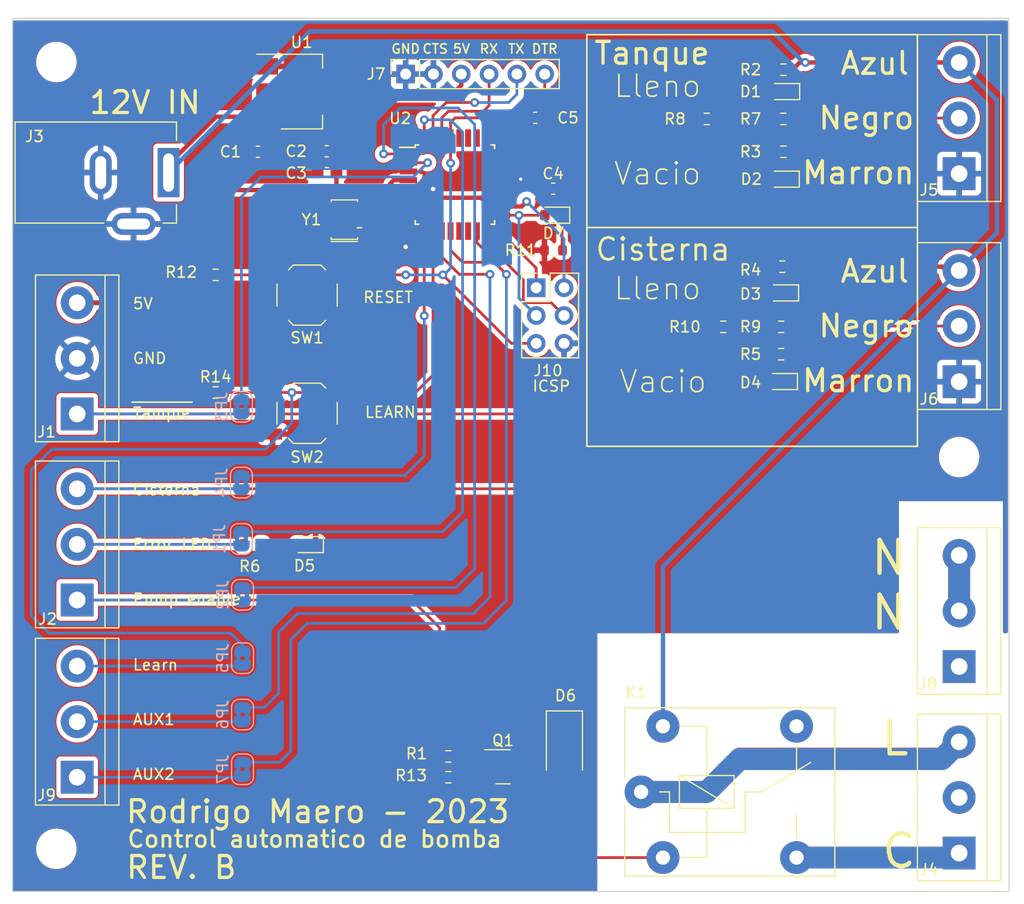
<source format=kicad_pcb>
(kicad_pcb (version 20241229) (generator "pcbnew") (generator_version "9.0")
  (layers (0 "F.Cu" signal) (2 "B.Cu" signal) (13 "F.Paste" user) (15 "B.Paste" user) (5 "F.SilkS" user "F.Silkscreen") (7 "B.SilkS" user "B.Silkscreen") (1 "F.Mask" user) (3 "B.Mask" user) (25 "Edge.Cuts" user))
  (net 0 "")
  (net 1 "+12V")
  (net 2 "VCC")
  (net 3 "TANK_COMM")
  (net 4 "Net-(D1-Pad2)")
  (net 5 "Net-(C4-Pad2)")
  (net 6 "CIST_COMM")
  (net 7 "Net-(D3-Pad2)")
  (net 8 "DTR")
  (net 9 "Net-(D5-Pad2)")
  (net 10 "Net-(D6-Pad2)")
  (net 11 "TANK_5V")
  (net 12 "PUMP_ENABLE")
  (net 13 "LED_ERROR")
  (net 14 "CIST_5V")
  (net 15 "NC")
  (net 16 "TO_PUMP")
  (net 17 "LIVE")
  (net 18 "Net-(D2-Pad2)")
  (net 19 "Net-(D4-Pad2)")
  (net 20 "D2")
  (net 21 "D3")
  (net 22 "D4")
  (net 23 "D5")
  (net 24 "RESET")
  (net 25 "Net-(U2-Pad7)")
  (net 26 "Net-(U2-Pad8)")
  (net 27 "SCK")
  (net 30 "MISO")
  (net 31 "MOSI")
  (net 40 "RXI")
  (net 41 "TX0")
  (net 42 "GND")
  (net 45 "NEUTRO")
  (net 46 "Gate")
  (net 47 "LEARN")
  (net 48 "Net-(D7-Pad1)")
  (net 49 "D6")
  (net 50 "AUX2")
  (net 51 "AUX1")
  (net 52 "D7")
  (net 53 "D8")
  (footprint "TerminalBlock:TerminalBlock_bornier-3_P5.08mm" (layer "F.Cu") (at 26 89.16 90)
    (property "Reference" "J9")
    (property "Value" "Screw_Terminal_01x03")
  )
  (footprint "TerminalBlock:TerminalBlock_bornier-3_P5.08mm" (layer "F.Cu") (at 106.55 96.085664 90)
    (property "Reference" "J4")
    (property "Value" "Screw_Terminal_01x03")
  )
  (footprint "Resistor_SMD:R_0603_1608Metric" (layer "F.Cu") (at 38.64087 43.250933)
    (property "Reference" "R12")
    (property "Value" "10k")
  )
  (footprint "Button_Switch_SMD:SW_SPST_TL3342" (layer "F.Cu") (at 47 55.9)
    (property "Reference" "SW2")
    (property "Value" "SW_SPST")
  )
  (footprint "Capacitor_SMD:C_0603_1608Metric_Pad1.08x0.95mm_HandSolder" (layer "F.Cu") (at 48.815561 33.95389 180)
    (property "Reference" "C3")
    (property "Value" "0.1uF 6.3V")
  )
  (footprint "LED_SMD:LED_0603_1608Metric" (layer "F.Cu") (at 47 67.9 180)
    (property "Reference" "D5")
    (property "Value" "LED Red 0603")
  )
  (footprint "Resistor_SMD:R_0603_1608Metric" (layer "F.Cu") (at 69.5 41 180)
    (property "Reference" "R11")
    (property "Value" "330")
  )
  (footprint "LED_SMD:LED_0603_1608Metric" (layer "F.Cu") (at 90.465451 34.502571 180)
    (property "Reference" "D2")
    (property "Value" "LED Red 0603")
  )
  (footprint "Resistor_SMD:R_0603_1608Metric" (layer "F.Cu") (at 59.896323 87.25482)
    (property "Reference" "R1")
    (property "Value" "1k")
  )
  (footprint "LED_SMD:LED_0603_1608Metric" (layer "F.Cu") (at 90.4 44.9 180)
    (property "Reference" "D3")
    (property "Value" "LED Green 0603")
  )
  (footprint "Resistor_SMD:R_0603_1608Metric" (layer "F.Cu") (at 90.5 32 180)
    (property "Reference" "R3")
    (property "Value" "470")
  )
  (footprint "Package_QFP:TQFP-32_7x7mm_P0.8mm" (layer "F.Cu") (at 60.5 35)
    (property "Reference" "U2")
    (property "Value" "ATmega328P-A")
  )
  (footprint "Capacitor_SMD:C_0603_1608Metric_Pad1.08x0.95mm_HandSolder" (layer "F.Cu") (at 42.5 32 180)
    (property "Reference" "C1")
    (property "Value" "10uF 16V")
  )
  (footprint "Package_TO_SOT_SMD:SOT-223-3_TabPin2" (layer "F.Cu") (at 46.5 26.5)
    (property "Reference" "U1")
    (property "Value" "AMS1117-5.0")
  )
  (footprint "Resistor_SMD:R_0603_1608Metric" (layer "F.Cu") (at 59.898715 89.158455 180)
    (property "Reference" "R13")
    (property "Value" "10k")
  )
  (footprint "TerminalBlock:TerminalBlock_bornier-3_P5.08mm" (layer "F.Cu") (at 106.55 79.04 90)
    (property "Reference" "J8")
    (property "Value" "Screw_Terminal_01x03")
  )
  (footprint "MountingHole:MountingHole_3.2mm_M3" (layer "F.Cu") (at 24.1 95.7)
    (property "Reference" "H2")
    (property "Value" "MountingHole")
  )
  (footprint "Connector_PinSocket_2.54mm:PinSocket_1x06_P2.54mm_Vertical" (layer "F.Cu") (at 56 24.9 90)
    (property "Reference" "J7")
    (property "Value" "Conn_01x06_Male")
  )
  (footprint "MountingHole:MountingHole_3.2mm_M3" (layer "F.Cu") (at 106.55 59.9)
    (property "Reference" "H3")
    (property "Value" "MountingHole")
  )
  (footprint "TerminalBlock:TerminalBlock_bornier-3_P5.08mm" (layer "F.Cu") (at 106.55 34 90)
    (property "Reference" "J5")
    (property "Value" "Screw_Terminal_01x03")
  )
  (footprint "Capacitor_SMD:C_0603_1608Metric_Pad1.08x0.95mm_HandSolder" (layer "F.Cu") (at 67.83 28.9)
    (property "Reference" "C5")
    (property "Value" "0.1uF 6.3V")
  )
  (footprint "TerminalBlock:TerminalBlock_bornier-3_P5.08mm" (layer "F.Cu") (at 26 55.96 90)
    (property "Reference" "J1")
    (property "Value" "Screw_Terminal_01x03")
  )
  (footprint "MountingHole:MountingHole_3.2mm_M3" (layer "F.Cu") (at 24.1 23.8)
    (property "Reference" "H1")
    (property "Value" "MountingHole")
  )
  (footprint "Resistor_SMD:R_0603_1608Metric" (layer "F.Cu") (at 90.490558 29 180)
    (property "Reference" "R7")
    (property "Value" "1.5M")
  )
  (footprint "LED_SMD:LED_0603_1608Metric" (layer "F.Cu") (at 90.3 53 180)
    (property "Reference" "D4")
    (property "Value" "LED Red 0603")
  )
  (footprint "Resistor_SMD:R_0603_1608Metric" (layer "F.Cu") (at 90.3 50.5 180)
    (property "Reference" "R5")
    (property "Value" "470")
  )
  (footprint "Resistor_SMD:R_0603_1608Metric" (layer "F.Cu") (at 90.3 48 180)
    (property "Reference" "R9")
    (property "Value" "1.5M")
  )
  (footprint "Button_Switch_SMD:SW_SPST_TL3342" (layer "F.Cu") (at 47 45.1)
    (property "Reference" "SW1")
    (property "Value" "SW_SPST")
  )
  (footprint "Resistor_SMD:R_0603_1608Metric" (layer "F.Cu") (at 90.4 42.5 180)
    (property "Reference" "R4")
    (property "Value" "470")
  )
  (footprint "Capacitor_SMD:C_0603_1608Metric_Pad1.08x0.95mm_HandSolder" (layer "F.Cu") (at 48.786102 31.95389 180)
    (property "Reference" "C2")
    (property "Value" "10uF 16V")
  )
  (footprint "LED_SMD:LED_0603_1608Metric" (layer "F.Cu") (at 69.5 37.8 180)
    (property "Reference" "D7")
    (property "Value" "LED Yellow")
  )
  (footprint "LED_SMD:LED_0603_1608Metric" (layer "F.Cu") (at 90.5 26.5 180)
    (property "Reference" "D1")
    (property "Value" "LED Green 0603")
  )
  (footprint "Resistor_SMD:R_0603_1608Metric" (layer "F.Cu") (at 90.5 24.5 180)
    (property "Reference" "R2")
    (property "Value" "470")
  )
  (footprint "Resistor_SMD:R_0603_1608Metric" (layer "F.Cu") (at 42 67.88)
    (property "Reference" "R6")
    (property "Value" "330")
  )
  (footprint "Relay_THT:Relay_SPDT_Finder_36.11" (layer "F.Cu") (at 77.5 90.5)
    (property "Reference" "K1")
    (property "Value" "12VDC SPDT RELAY SRU-12VDC-SL-C")
  )
  (footprint "Resistor_SMD:R_0603_1608Metric" (layer "F.Cu") (at 38.64087 54)
    (property "Reference" "R14")
    (property "Value" "10k")
  )
  (footprint "Crystal:Resonator_SMD_Murata_CSTxExxV-3Pin_3.0x1.1mm_HandSoldering" (layer "F.Cu") (at 50.4 38.2 90)
    (property "Reference" "Y1")
    (property "Value" "Crystal 16 MHz SMD")
  )
  (footprint "Package_TO_SOT_SMD:SOT-23" (layer "F.Cu") (at 64.9 88.2)
    (property "Reference" "Q1")
    (property "Value" "2N7002")
  )
  (footprint "Connector_BarrelJack:BarrelJack_Kycon_KLDX-0202-xC_Horizontal" (layer "F.Cu") (at 34.35 33.9)
    (property "Reference" "J3")
    (property "Value" "Barrel_Jack_Switch")
  )
  (footprint "TerminalBlock:TerminalBlock_bornier-3_P5.08mm" (layer "F.Cu") (at 26 72.96 90)
    (property "Reference" "J2")
    (property "Value" "Screw_Terminal_01x03")
  )
  (footprint "Resistor_SMD:R_0603_1608Metric" (layer "F.Cu") (at 85 48 180)
    (property "Reference" "R10")
    (property "Value" "1M")
  )
  (footprint "Diode_SMD:D_SMA" (layer "F.Cu") (at 70.5 86.5 -90)
    (property "Reference" "D6")
    (property "Value" "DIODE SS54 SMA")
  )
  (footprint "Capacitor_SMD:C_0603_1608Metric_Pad1.08x0.95mm_HandSolder" (layer "F.Cu") (at 69.472282 35.371535 180)
    (property "Reference" "C4")
    (property "Value" "0.1uF 6.3V")
  )
  (footprint "Connector_PinHeader_2.54mm:PinHeader_2x03_P2.54mm_Vertical" (layer "F.Cu") (at 67.925 44.425)
    (property "Reference" "J10")
    (property "Value" "Conn_02x03_Odd_Even")
  )
  (footprint "Resistor_SMD:R_0603_1608Metric" (layer "F.Cu") (at 83.5 29 180)
    (property "Reference" "R8")
    (property "Value" "1M")
  )
  (footprint "TerminalBlock:TerminalBlock_bornier-3_P5.08mm" (layer "F.Cu") (at 106.55 53.01 90)
    (property "Reference" "J6")
    (property "Value" "Screw_Terminal_01x03")
  )
  (footprint "Jumper:SolderJumper-2_P1.3mm_Bridged2Bar_RoundedPad1.0x1.5mm" (layer "B.Cu") (at 41 55.3 -90)
    (property "Reference" "JP3")
    (property "Value" "Jumper_2_Bridged")
  )
  (footprint "Jumper:SolderJumper-2_P1.3mm_Bridged2Bar_RoundedPad1.0x1.5mm" (layer "B.Cu") (at 41.1 83.43 -90)
    (property "Reference" "JP6")
    (property "Value" "Jumper_2_Bridged")
  )
  (footprint "Jumper:SolderJumper-2_P1.3mm_Bridged2Bar_RoundedPad1.0x1.5mm" (layer "B.Cu") (at 41.1 72.48 -90)
    (property "Reference" "JP2")
    (property "Value" "Jumper_2_Bridged")
  )
  (footprint "Jumper:SolderJumper-2_P1.3mm_Bridged2Bar_RoundedPad1.0x1.5mm" (layer "B.Cu") (at 41.1 88.43 -90)
    (property "Reference" "JP7")
    (property "Value" "Jumper_2_Bridged")
  )
  (footprint "Jumper:SolderJumper-2_P1.3mm_Bridged2Bar_RoundedPad1.0x1.5mm" (layer "B.Cu") (at 41 67.38 -90)
    (property "Reference" "JP1")
    (property "Value" "Jumper_2_Bridged")
  )
  (footprint "Jumper:SolderJumper-2_P1.3mm_Bridged2Bar_RoundedPad1.0x1.5mm" (layer "B.Cu") (at 41.1 78.28 -90)
    (property "Reference" "JP5")
    (property "Value" "Jumper_2_Bridged")
  )
  (footprint "Jumper:SolderJumper-2_P1.3mm_Bridged2Bar_RoundedPad1.0x1.5mm" (layer "B.Cu") (at 41 62.23 -90)
    (property "Reference" "JP4")
    (property "Value" "Jumper_2_Bridged")
  )
  (gr_line (start 31 54.88) (end 36.5 54.88) (stroke (width 0.15)) (layer "F.SilkS"))
  (gr_rect (start 72.55 21.3) (end 102.74 58.92) (stroke (width 0.15)) (fill no) (layer "F.SilkS"))
  (gr_line (start 72.55 38.92) (end 102.74 38.92) (stroke (width 0.15)) (layer "F.SilkS"))
  (gr_rect (start 20.1 19.8) (end 111.1 99.6) (stroke (width 0.1)) (fill no) (layer "Edge.Cuts"))
  (gr_text "Error LED" (at 31 67.88 0) (layer "F.SilkS") (effects (font (size 1 1)) (justify left)))
  (gr_text "Lleno" (at 79 44.5 0) (layer "F.SilkS") (effects (font (size 2 2))))
  (gr_text "Cisterna" (at 31 62.88 0) (layer "F.SilkS") (effects (font (size 1 1)) (justify left)))
  (gr_text "RESET" (at 54.4 45.3 0) (layer "F.SilkS") (effects (font (size 1 1))))
  (gr_text "Lleno" (at 79 26 0) (layer "F.SilkS") (effects (font (size 2 2))))
  (gr_text "AUX1" (at 31 83.88 0) (layer "F.SilkS") (effects (font (size 1 1)) (justify left)))
  (gr_text "Cisterna" (at 79.5 40.92 0) (layer "F.SilkS") (effects (font (size 2 2) (thickness 0.25))))
  (gr_text "ICSP" (at 67.5 54 0) (layer "F.SilkS") (effects (font (size 1 1)) (justify left bottom)))
  (gr_text "Marron" (at 92.05 52.92 0) (layer "F.SilkS") (effects (font (size 2 2) (thickness 0.3)) (justify left)))
  (gr_text "Negro" (at 93.55 47.92 0) (layer "F.SilkS") (effects (font (size 2 2) (thickness 0.3)) (justify left)))
  (gr_text "C" (at 99.3 95.9 0) (layer "F.SilkS") (effects (font (size 3 3) (thickness 0.4)) (justify left)))
  (gr_text "GND" (at 31 50.88 0) (layer "F.SilkS") (effects (font (size 1 1)) (justify left)))
  (gr_text "RX" (at 63.6 22.6 0) (layer "F.SilkS") (effects (font (size 0.85 0.85))))
  (gr_text "N" (at 98.3 74.1 0) (layer "F.SilkS") (effects (font (size 3 3) (thickness 0.4)) (justify left)))
  (gr_text "Pump enable" (at 31 72.88 0) (layer "F.SilkS") (effects (font (size 1 1)) (justify left)))
  (gr_text "GND" (at 56 22.6 0) (layer "F.SilkS") (effects (font (size 0.85 0.85))))
  (gr_text "L" (at 100.7 85.6 0) (layer "F.SilkS") (effects (font (size 3 3) (thickness 0.4))))
  (gr_text "DTR" (at 68.7 22.6 0) (layer "F.SilkS") (effects (font (size 0.85 0.85))))
  (gr_text "N" (at 98.3 69.1 0) (layer "F.SilkS") (effects (font (size 3 3) (thickness 0.4)) (justify left)))
  (gr_text "Vacio" (at 79.5 53 0) (layer "F.SilkS") (effects (font (size 2 2))))
  (gr_text "Negro" (at 93.55 28.92 0) (layer "F.SilkS") (effects (font (size 2 2) (thickness 0.3)) (justify left)))
  (gr_text "Tanque" (at 78.5 23 0) (layer "F.SilkS") (effects (font (size 2 2) (thickness 0.3))))
  (gr_text "Vacio" (at 79 34 0) (layer "F.SilkS") (effects (font (size 2 2))))
  (gr_text "5V" (at 61.1 22.6 0) (layer "F.SilkS") (effects (font (size 0.85 0.85))))
  (gr_text "12V IN" (at 32.2 27.5 0) (layer "F.SilkS") (effects (font (size 2 2) (thickness 0.3))))
  (gr_text "LEARN" (at 54.6 55.8 0) (layer "F.SilkS") (effects (font (size 1 1))))
  (gr_text "Marron" (at 92.05 33.92 0) (layer "F.SilkS") (effects (font (size 2 2) (thickness 0.3)) (justify left)))
  (gr_text "Learn" (at 31 78.88 0) (layer "F.SilkS") (effects (font (size 1 1)) (justify left)))
  (gr_text "Tanque" (at 31 55.88 0) (layer "F.SilkS") (effects (font (size 1 1)) (justify left)))
  (gr_text "TX" (at 66.1 22.6 0) (layer "F.SilkS") (effects (font (size 0.85 0.85))))
  (gr_text "Azul" (at 95.55 42.92 0) (layer "F.SilkS") (effects (font (size 2 2) (thickness 0.3)) (justify left)))
  (gr_text "CTS" (at 58.7 22.6 0) (layer "F.SilkS") (effects (font (size 0.85 0.85))))
  (gr_text "Rodrigo Maero - 2023" (at 30.3 92.3 0) (layer "F.SilkS") (effects (font (size 2 2) (thickness 0.3)) (justify left)))
  (gr_text "Azul" (at 95.55 23.92 0) (layer "F.SilkS") (effects (font (size 2 2) (thickness 0.3)) (justify left)))
  (gr_text "Control automatico de bomba" (at 30.45 94.81 0) (layer "F.SilkS") (effects (font (size 1.5 1.5) (thickness 0.25)) (justify left)))
  (gr_text "AUX2" (at 31 88.88 0) (layer "F.SilkS") (effects (font (size 1 1)) (justify left)))
  (gr_text "5V" (at 31 45.88 0) (layer "F.SilkS") (effects (font (size 1 1)) (justify left)))
  (gr_text "REV. B" (at 30.32 97.4 0) (layer "F.SilkS") (effects (font (size 2 2) (thickness 0.3)) (justify left)))
  (segment (start 105.35 42.85) (end 105 42.5) (width 0.4) (layer "F.Cu") (net 1))
  (segment (start 92.5 23.84) (end 91.985 23.84) (width 0.4) (layer "F.Cu") (net 1))
  (segment (start 35.05 34) (end 34.45 33.4) (width 0.25) (layer "F.Cu") (net 1))
  (segment (start 43.35 31.4875) (end 43.35 30.5) (width 0.4) (layer "F.Cu") (net 1))
  (segment (start 38.7 28.8) (end 43.35 28.8) (width 0.4) (layer "F.Cu") (net 1))
  (segment (start 43.35 30.5) (end 43.35 28.8) (width 0.4) (layer "F.Cu") (net 1))
  (segment (start 92.5 23.84) (end 106.55 23.84) (width 0.4) (layer "F.Cu") (net 1))
  (segment (start 34.35 33.9) (end 34.35 33.15) (width 0.4) (layer "F.Cu") (net 1))
  (segment (start 34.35 33.15) (end 38.7 28.8) (width 0.4) (layer "F.Cu") (net 1))
  (segment (start 91.985 23.84) (end 91.325 24.5) (width 0.4) (layer "F.Cu") (net 1))
  (segment (start 105 42.5) (end 91.225 42.5) (width 0.4) (layer "F.Cu") (net 1))
  (segment (start 106.55 42.85) (end 105.35 42.85) (width 0.4) (layer "F.Cu") (net 1))
  (segment (start 43.3625 31.5) (end 43.35 31.4875) (width 0.25) (layer "F.Cu") (net 1))
  (via (at 92.5 23.84) (size 0.8) (drill 0.4) (layers "F.Cu" "B.Cu") (net 1))
  (segment (start 106.55 42.85) (end 110 39.4) (width 0.4) (layer "B.Cu") (net 1))
  (segment (start 106.55 42.85) (end 79.5 69.9) (width 0.4) (layer "B.Cu") (net 1))
  (segment (start 79.5 69.9) (end 79.5 84.5) (width 0.4) (layer "B.Cu") (net 1))
  (segment (start 47.25 21) (end 89.5 21) (width 0.4) (layer "B.Cu") (net 1))
  (segment (start 89.5 21) (end 92.34 23.84) (width 0.4) (layer "B.Cu") (net 1))
  (segment (start 110 39.4) (end 110 27.29) (width 0.4) (layer "B.Cu") (net 1))
  (segment (start 34.35 33.9) (end 47.25 21) (width 0.4) (layer "B.Cu") (net 1))
  (segment (start 110 27.29) (end 106.55 23.84) (width 0.4) (layer "B.Cu") (net 1))
  (segment (start 92.34 23.84) (end 92.5 23.84) (width 0.4) (layer "B.Cu") (net 1))
  (segment (start 54.9 34.6) (end 56.25 34.6) (width 0.4) (layer "F.Cu") (net 2))
  (segment (start 56.25 36.2) (end 62.873 36.2) (width 0.4) (layer "F.Cu") (net 2))
  (segment (start 54.6 35.5) (end 54.6 34.9) (width 0.4) (layer "F.Cu") (net 2))
  (segment (start 54.6 36) (end 54.6 35.5) (width 0.4) (layer "F.Cu") (net 2))
  (segment (start 49.678061 33.95389) (end 49.678061 31.983349) (width 0.4) (layer "F.Cu") (net 2))
  (segment (start 43.35 26.5) (end 46.5 26.5) (width 0.4) (layer "F.Cu") (net 2))
  (segment (start 39.5 35.5) (end 49.700898 35.5) (width 0.4) (layer "F.Cu") (net 2))
  (segment (start 37.81587 43.250933) (end 37.81587 37.18413) (width 0.4) (layer "F.Cu") (net 2))
  (segment (start 49.678061 33.95389) (end 49.678061 35.477163) (width 0.4) (layer "F.Cu") (net 2))
  (segment (start 37.81587 37.18413) (end 39.5 35.5) (width 0.4) (layer "F.Cu") (net 2))
  (segment (start 54.8 36.2) (end 56.25 36.2) (width 0.4) (layer "F.Cu") (net 2))
  (segment (start 49.678061 35.477163) (end 49.700898 35.5) (width 0.25) (layer "F.Cu") (net 2))
  (segment (start 61.08 25.92) (end 60.1 26.9) (width 0.4) (layer "F.Cu") (net 2))
  (segment (start 54.8 36.2) (end 54.6 36) (width 0.4) (layer "F.Cu") (net 2))
  (segment (start 63.673 37) (end 64.75 37) (width 0.4) (layer "F.Cu") (net 2))
  (segment (start 26 45.8) (end 37.76174 45.8) (width 0.45) (layer "F.Cu") (net 2))
  (segment (start 54.6 34.9) (end 54.9 34.6) (width 0.4) (layer "F.Cu") (net 2))
  (segment (start 64.75 37) (end 66.6 37) (width 0.4) (layer "F.Cu") (net 2))
  (segment (start 37.81587 43.250933) (end 37.81587 45.74587) (width 0.4) (layer "F.Cu") (net 2))
  (segment (start 49.700898 35.5) (end 54.6 35.5) (width 0.4) (layer "F.Cu") (net 2))
  (segment (start 61.08 24.9) (end 61.08 25.92) (width 0.4) (layer "F.Cu") (net 2))
  (segment (start 37.81587 45.74587) (end 37.81587 53.76) (width 0.4) (layer "F.Cu") (net 2))
  (segment (start 50.05 26.9) (end 49.65 26.5) (width 0.4) (layer "F.Cu") (net 2))
  (segment (start 66.6 37) (end 67.05 36.55) (width 0.4) (layer "F.Cu") (net 2))
  (segment (start 62.873 36.2) (end 63.673 37) (width 0.4) (layer "F.Cu") (net 2))
  (segment (start 37.76174 45.8) (end 37.81587 45.74587) (width 0.25) (layer "F.Cu") (net 2))
  (segment (start 60.1 26.9) (end 50.05 26.9) (width 0.4) (layer "F.Cu") (net 2))
  (segment (start 49.65 26.5) (end 49.648602 26.501398) (width 0.4) (layer "F.Cu") (net 2))
  (segment (start 49.648602 26.501398) (end 49.648602 31.95389) (width 0.4) (layer "F.Cu") (net 2))
  (segment (start 46.5 26.5) (end 49.65 26.5) (width 0.4) (layer "F.Cu") (net 2))
  (via (at 67.05 36.55) (size 0.8) (drill 0.4) (layers "F.Cu" "B.Cu") (net 2))
  (segment (start 70.465 44.425) (end 70.465 39.965) (width 0.25) (layer "B.Cu") (net 2))
  (segment (start 70.465 39.965) (end 67.05 36.55) (width 0.25) (layer "B.Cu") (net 2))
  (segment (start 91.2875 26.5) (end 91.2875 29.971942) (width 0.25) (layer "F.Cu") (net 3))
  (segment (start 106.55 28.92) (end 91.293398 28.92) (width 0.25) (layer "F.Cu") (net 3))
  (segment (start 91.325 29.009442) (end 91.315558 29) (width 0.25) (layer "F.Cu") (net 3))
  (segment (start 91.293398 28.92) (end 91.2875 28.925898) (width 0.25) (layer "F.Cu") (net 3))
  (segment (start 91.325 32) (end 91.325 29.009442) (width 0.25) (layer "F.Cu") (net 3))
  (segment (start 91.2875 28.971942) (end 91.315558 29) (width 0.25) (layer "F.Cu") (net 3))
  (segment (start 89.7125 26.5) (end 89.7125 24.5375) (width 0.25) (layer "F.Cu") (net 4))
  (segment (start 89.7125 24.5375) (end 89.675 24.5) (width 0.25) (layer "F.Cu") (net 4))
  (segment (start 64.75 35.4) (end 68.9625 35.4) (width 0.25) (layer "F.Cu") (net 5))
  (segment (start 91.1875 44.9) (end 91.1875 47.9375) (width 0.25) (layer "F.Cu") (net 6))
  (segment (start 107.95 47.93) (end 91.237488 47.93) (width 0.25) (layer "F.Cu") (net 6))
  (segment (start 91.1875 47.9375) (end 91.125 48) (width 0.25) (layer "F.Cu") (net 6))
  (segment (start 91.125 48) (end 91.125 50.5) (width 0.25) (layer "F.Cu") (net 6))
  (segment (start 91.237488 47.93) (end 91.211874 47.904386) (width 0.25) (layer "F.Cu") (net 6))
  (segment (start 89.575 42.5) (end 89.575 44.8625) (width 0.25) (layer "F.Cu") (net 7))
  (segment (start 89.575 44.8625) (end 89.6125 44.9) (width 0.25) (layer "F.Cu") (net 7))
  (segment (start 68.7 24.9) (end 68.7 28.8625) (width 0.25) (layer "F.Cu") (net 8))
  (segment (start 68.719477 28.629052) (end 68.7 28.609575) (width 0.25) (layer "F.Cu") (net 8))
  (segment (start 42.825 67.88) (end 46.2125 67.88) (width 0.25) (layer "F.Cu") (net 9))
  (segment (start 71.63 96.5) (end 70.55 95.42) (width 0.25) (layer "F.Cu") (net 10))
  (segment (start 70.55 95.42) (end 70.55 88.32) (width 0.25) (layer "F.Cu") (net 10))
  (segment (start 70.55 88.32) (end 70.43 88.2) (width 0.25) (layer "F.Cu") (net 10))
  (segment (start 70.43 88.2) (end 65.8 88.2) (width 0.25) (layer "F.Cu") (net 10))
  (segment (start 79.5 96.5) (end 71.63 96.5) (width 0.25) (layer "F.Cu") (net 10))
  (segment (start 26 55.96) (end 80.69 55.96) (width 0.25) (layer "F.Cu") (net 11))
  (segment (start 80.69 55.96) (end 82.5 54.15) (width 0.25) (layer "F.Cu") (net 11))
  (segment (start 82.5 31) (end 82.5 54.15) (width 0.25) (layer "F.Cu") (net 11))
  (segment (start 84.325 29.175) (end 82.5 31) (width 0.25) (layer "F.Cu") (net 11))
  (segment (start 89.665558 29) (end 84.325 29) (width 0.25) (layer "F.Cu") (net 11))
  (segment (start 84.325 29) (end 84.325 29.175) (width 0.25) (layer "F.Cu") (net 11))
  (segment (start 40.99 55.96) (end 41 55.95) (width 0.25) (layer "B.Cu") (net 11))
  (segment (start 26 55.96) (end 40.99 55.96) (width 0.25) (layer "B.Cu") (net 11))
  (segment (start 26 72.96) (end 56.56 72.96) (width 0.25) (layer "F.Cu") (net 12))
  (segment (start 59.1 87.226143) (end 59.071323 87.25482) (width 0.25) (layer "F.Cu") (net 12))
  (segment (start 59.1 75.5) (end 59.1 87.226143) (width 0.25) (layer "F.Cu") (net 12))
  (segment (start 56.56 72.96) (end 59.1 75.5) (width 0.25) (layer "F.Cu") (net 12))
  (segment (start 41.03655 72.96) (end 26 72.96) (width 0.25) (layer "B.Cu") (net 12))
  (segment (start 41.175 67.88) (end 26 67.88) (width 0.25) (layer "F.Cu") (net 13))
  (segment (start 41.14201 67.88) (end 26 67.88) (width 0.25) (layer "B.Cu") (net 13))
  (segment (start 85.825 48) (end 85.825 60.7) (width 0.25) (layer "F.Cu") (net 14))
  (segment (start 89.475 48) (end 85.825 48) (width 0.25) (layer "F.Cu") (net 14))
  (segment (start 26 62.8) (end 83.725 62.8) (width 0.25) (layer "F.Cu") (net 14))
  (segment (start 83.725 62.8) (end 85.825 60.7) (width 0.25) (layer "F.Cu") (net 14))
  (segment (start 41.154471 62.8) (end 26 62.8) (width 0.25) (layer "B.Cu") (net 14))
  (segment (start 106.135664 96.5) (end 106.55 96.085664) (width 2) (layer "F.Cu") (net 16))
  (segment (start 91.7 96.5) (end 106.135664 96.5) (width 2) (layer "F.Cu") (net 16))
  (segment (start 106.135664 96.5) (end 106.55 96.085664) (width 0.25) (layer "B.Cu") (net 16))
  (segment (start 91.7 96.5) (end 106.135664 96.5) (width 2) (layer "B.Cu") (net 16))
  (segment (start 83.5 90.5) (end 86.542428 87.457572) (width 2) (layer "F.Cu") (net 17))
  (segment (start 77.5 90.5) (end 83.5 90.5) (width 2) (layer "F.Cu") (net 17))
  (segment (start 86.542428 87.457572) (end 105.018092 87.457572) (width 2) (layer "F.Cu") (net 17))
  (segment (start 105.018092 87.457572) (end 106.55 85.925664) (width 2) (layer "F.Cu") (net 17))
  (segment (start 106.55 85.925664) (end 104.975664 87.5) (width 2) (layer "B.Cu") (net 17))
  (segment (start 83.5 90.5) (end 77.5 90.5) (width 2) (layer "B.Cu") (net 17))
  (segment (start 104.975664 87.5) (end 86.5 87.5) (width 2) (layer "B.Cu") (net 17))
  (segment (start 86.5 87.5) (end 83.5 90.5) (width 2) (layer "B.Cu") (net 17))
  (segment (start 89.677951 34.502571) (end 89.677951 32.002951) (width 0.25) (layer "F.Cu") (net 18))
  (segment (start 89.677951 32.002951) (end 89.675 32) (width 0.25) (layer "F.Cu") (net 18))
  (segment (start 89.475 52.9625) (end 89.5125 53) (width 0.25) (layer "F.Cu") (net 19))
  (segment (start 89.475 50.5) (end 89.475 52.9625) (width 0.25) (layer "F.Cu") (net 19))
  (segment (start 57.7 29.0755) (end 57.7 30.75) (width 0.25) (layer "F.Cu") (net 20))
  (via (at 57.7 29.0755) (size 0.8) (drill 0.4) (layers "F.Cu" "B.Cu") (net 20))
  (segment (start 60.0755 29.0755) (end 57.7 29.0755) (width 0.25) (layer "B.Cu") (net 20))
  (segment (start 59.37 66.73) (end 61.2 64.9) (width 0.25) (layer "B.Cu") (net 20))
  (segment (start 61.2 30.2) (end 60.0755 29.0755) (width 0.25) (layer "B.Cu") (net 20))
  (segment (start 41 66.73) (end 59.37 66.73) (width 0.25) (layer "B.Cu") (net 20))
  (segment (start 61.2 64.9) (end 61.2 30.2) (width 0.25) (layer "B.Cu") (net 20))
  (segment (start 53.983669 32.2) (end 56.25 32.2) (width 0.25) (layer "F.Cu") (net 21))
  (via (at 53.983669 32.2) (size 0.8) (drill 0.4) (layers "F.Cu" "B.Cu") (net 21))
  (segment (start 53.983669 29.516331) (end 55.5 28) (width 0.25) (layer "B.Cu") (net 21))
  (segment (start 53.983669 32.2) (end 53.983669 29.516331) (width 0.25) (layer "B.Cu") (net 21))
  (segment (start 60.57 71.83) (end 41.1 71.83) (width 0.25) (layer "B.Cu") (net 21))
  (segment (start 55.5 28) (end 60.8 28) (width 0.25) (layer "B.Cu") (net 21))
  (segment (start 62.3 70.1) (end 60.57 71.83) (width 0.25) (layer "B.Cu") (net 21))
  (segment (start 60.8 28) (end 62.3 29.5) (width 0.25) (layer "B.Cu") (net 21))
  (segment (start 62.3 29.5) (end 62.3 70.1) (width 0.25) (layer "B.Cu") (net 21))
  (segment (start 58 33) (end 56.25 33) (width 0.25) (layer "F.Cu") (net 22))
  (via (at 58 33) (size 0.8) (drill 0.4) (layers "F.Cu" "B.Cu") (net 22))
  (segment (start 42.8 34.3) (end 41 36.1) (width 0.25) (layer "B.Cu") (net 22))
  (segment (start 56.7 34.3) (end 42.8 34.3) (width 0.25) (layer "B.Cu") (net 22))
  (segment (start 41 54.65) (end 41 36.1) (width 0.25) (layer "B.Cu") (net 22))
  (segment (start 58 33) (end 56.7 34.3) (width 0.25) (layer "B.Cu") (net 22))
  (segment (start 57.7 39.25) (end 57.7 46.990174) (width 0.25) (layer "F.Cu") (net 23))
  (via (at 57.7 46.990174) (size 0.8) (drill 0.4) (layers "F.Cu" "B.Cu") (net 23))
  (segment (start 41 61.58) (end 55.92 61.58) (width 0.25) (layer "B.Cu") (net 23))
  (segment (start 55.92 61.58) (end 57.7 59.8) (width 0.25) (layer "B.Cu") (net 23))
  (segment (start 57.7 59.8) (end 57.7 46.990174) (width 0.25) (layer "B.Cu") (net 23))
  (segment (start 39.466803 43.25) (end 43.025 43.25) (width 0.25) (layer "F.Cu") (net 24))
  (segment (start 60.1 30.75) (end 60.1 33.035425) (width 0.25) (layer "F.Cu") (net 24))
  (segment (start 60.1 33.035425) (end 60.103319 33.038744) (width 0.25) (layer "F.Cu") (net 24))
  (segment (start 67.0375 28.9) (end 60.53 28.9) (width 0.25) (layer "F.Cu") (net 24))
  (segment (start 39.46587 43.250933) (end 39.466803 43.25) (width 0.25) (layer "F.Cu") (net 24))
  (segment (start 67.925 49.505) (end 65.655 49.505) (width 0.25) (layer "F.Cu") (net 24))
  (segment (start 65.655 49.505) (end 59.4 43.25) (width 0.25) (layer "F.Cu") (net 24))
  (segment (start 60.1 29.33) (end 60.1 30.75) (width 0.25) (layer "F.Cu") (net 24))
  (segment (start 60.53 28.9) (end 60.1 29.33) (width 0.25) (layer "F.Cu") (net 24))
  (segment (start 56 43.25) (end 50.975 43.25) (width 0.25) (layer "F.Cu") (net 24))
  (segment (start 43.025 43.25) (end 56 43.25) (width 0.25) (layer "F.Cu") (net 24))
  (via (at 59.4 43.25) (size 0.8) (drill 0.4) (layers "F.Cu" "B.Cu") (net 24))
  (via (at 56 43.25) (size 0.8) (drill 0.4) (layers "F.Cu" "B.Cu") (net 24))
  (via (at 60.103319 33.038744) (size 0.8) (drill 0.4) (layers "F.Cu" "B.Cu") (net 24))
  (segment (start 59.5 43.25) (end 59.4 43.25) (width 0.25) (layer "B.Cu") (net 24))
  (segment (start 59.4 43.25) (end 56 43.25) (width 0.25) (layer "B.Cu") (net 24))
  (segment (start 60.103319 42.646681) (end 59.5 43.25) (width 0.25) (layer "B.Cu") (net 24))
  (segment (start 60.103319 33.038744) (end 60.103319 42.646681) (width 0.25) (layer "B.Cu") (net 24))
  (segment (start 56.25 37) (end 50.2 37) (width 0.25) (layer "F.Cu") (net 25))
  (segment (start 53.5 37.8) (end 51.9 39.4) (width 0.25) (layer "F.Cu") (net 26))
  (segment (start 56.25 37.8) (end 53.5 37.8) (width 0.25) (layer "F.Cu") (net 26))
  (segment (start 51.9 39.4) (end 49.5 39.4) (width 0.25) (layer "F.Cu") (net 26))
  (segment (start 66.35 37.8) (end 68.7125 37.8) (width 0.25) (layer "F.Cu") (net 27))
  (segment (start 64.75 37.8) (end 66.35 37.8) (width 0.25) (layer "F.Cu") (net 27))
  (via (at 66.35 37.8) (size 0.8) (drill 0.4) (layers "F.Cu" "B.Cu") (net 27))
  (segment (start 67.925 46.965) (end 66.35 45.39) (width 0.25) (layer "B.Cu") (net 27))
  (segment (start 66.35 45.39) (end 66.35 37.8) (width 0.25) (layer "B.Cu") (net 27))
  (segment (start 63.3 39.25) (end 64.55 39.25) (width 0.25) (layer "F.Cu") (net 30))
  (segment (start 67.925 42.625) (end 67.925 44.425) (width 0.25) (layer "F.Cu") (net 30))
  (segment (start 64.55 39.25) (end 67.925 42.625) (width 0.25) (layer "F.Cu") (net 30))
  (segment (start 66.749 43.72228) (end 66.749 45.601) (width 0.25) (layer "F.Cu") (net 31))
  (segment (start 63.849 41.649) (end 64.67572 41.649) (width 0.25) (layer "F.Cu") (net 31))
  (segment (start 64.67572 41.649) (end 66.749 43.72228) (width 0.25) (layer "F.Cu") (net 31))
  (segment (start 62.5 40.3) (end 63.849 41.649) (width 0.25) (layer "F.Cu") (net 31))
  (segment (start 62.5 39.25) (end 62.5 40.3) (width 0.25) (layer "F.Cu") (net 31))
  (segment (start 66.937 45.789) (end 69.289 45.789) (width 0.25) (layer "F.Cu") (net 31))
  (segment (start 66.749 45.601) (end 66.937 45.789) (width 0.25) (layer "F.Cu") (net 31))
  (segment (start 69.289 45.789) (end 70.465 46.965) (width 0.25) (layer "F.Cu") (net 31))
  (segment (start 63.1 28.3) (end 59.9 28.3) (width 0.25) (layer "F.Cu") (net 40))
  (segment (start 59.3 28.9) (end 59.3 30.75) (width 0.25) (layer "F.Cu") (net 40))
  (segment (start 63.62 24.9) (end 63.62 27.78) (width 0.25) (layer "F.Cu") (net 40))
  (segment (start 63.62 27.78) (end 63.1 28.3) (width 0.25) (layer "F.Cu") (net 40))
  (segment (start 59.9 28.3) (end 59.3 28.9) (width 0.25) (layer "F.Cu") (net 40))
  (segment (start 59.7 27.5) (end 58.5 28.7) (width 0.25) (layer "F.Cu") (net 41))
  (segment (start 58.5 28.7) (end 58.5 30.75) (width 0.25) (layer "F.Cu") (net 41))
  (segment (start 62.3 27.5) (end 59.7 27.5) (width 0.25) (layer "F.Cu") (net 41))
  (via (at 62.3 27.5) (size 0.8) (drill 0.4) (layers "F.Cu" "B.Cu") (net 41))
  (segment (start 65.4 27.5) (end 66.16 26.74) (width 0.25) (layer "B.Cu") (net 41))
  (segment (start 66.16 26.74) (end 66.16 24.9) (width 0.25) (layer "B.Cu") (net 41))
  (segment (start 62.3 27.5) (end 65.4 27.5) (width 0.25) (layer "B.Cu") (net 41))
  (via (at 66.5 34.5) (size 0.5) (drill 0.3) (layers "F.Cu" "B.Cu") (net 42))
  (via (at 58.5 35.4) (size 0.8) (drill 0.4) (layers "F.Cu" "B.Cu") (net 42))
  (via (at 56 40.7) (size 0.8) (drill 0.4) (layers "F.Cu" "B.Cu") (net 42))
  (segment (start 58.5 39.9) (end 58.5 35.4) (width 0.4) (layer "B.Cu") (net 42))
  (segment (start 56 40.7) (end 57.7 40.7) (width 0.4) (layer "B.Cu") (net 42))
  (segment (start 57.7 40.7) (end 58.5 39.9) (width 0.4) (layer "B.Cu") (net 42))
  (segment (start 106.55 68.88) (end 106.55 73.96) (width 2) (layer "F.Cu") (net 45))
  (segment (start 106.55 68.88) (end 106.55 73.96) (width 2) (layer "B.Cu") (net 45))
  (segment (start 60.721323 89.156063) (end 60.723715 89.158455) (width 0.25) (layer "F.Cu") (net 46))
  (segment (start 63.9625 87.25) (end 60.726143 87.25) (width 0.25) (layer "F.Cu") (net 46))
  (segment (start 60.726143 87.25) (end 60.721323 87.25482) (width 0.25) (layer "F.Cu") (net 46))
  (segment (start 60.721323 87.25482) (end 60.721323 89.156063) (width 0.25) (layer "F.Cu") (net 46))
  (segment (start 60.73217 89.15) (end 60.723715 89.158455) (width 0.25) (layer "F.Cu") (net 46))
  (segment (start 26 79) (end 41.03 79) (width 0.25) (layer "B.Cu") (net 47))
  (segment (start 41.03 79) (end 41.1 78.93) (width 0.25) (layer "B.Cu") (net 47))
  (segment (start 70.2875 40.9625) (end 70.325 41) (width 0.25) (layer "F.Cu") (net 48))
  (segment (start 70.2875 37.8) (end 70.2875 40.9625) (width 0.25) (layer "F.Cu") (net 48))
  (segment (start 43.85 54) (end 50.15 54) (width 0.25) (layer "F.Cu") (net 49))
  (segment (start 39.46587 54) (end 43.85 54) (width 0.25) (layer "F.Cu") (net 49))
  (segment (start 50.15 54) (end 56.9 54) (width 0.25) (layer "F.Cu") (net 49))
  (segment (start 58.5 52.4) (end 58.5 39.25) (width 0.25) (layer "F.Cu") (net 49))
  (segment (start 39.46587 53.76) (end 39.47587 53.75) (width 0.25) (layer "F.Cu") (net 49))
  (segment (start 56.9 54) (end 58.5 52.4) (width 0.25) (layer "F.Cu") (net 49))
  (via (at 45.6 54) (size 0.8) (drill 0.4) (layers "F.Cu" "B.Cu") (net 49))
  (segment (start 45.6 54) (end 45.6 56.78) (width 0.25) (layer "B.Cu") (net 49))
  (segment (start 23.4 75.98) (end 40 75.98) (width 0.25) (layer "B.Cu") (net 49))
  (segment (start 21.8 61.08) (end 21.8 74.38) (width 0.25) (layer "B.Cu") (net 49))
  (segment (start 21.8 74.38) (end 23.4 75.98) (width 0.25) (layer "B.Cu") (net 49))
  (segment (start 45.6 56.78) (end 43.2 59.18) (width 0.25) (layer "B.Cu") (net 49))
  (segment (start 23.7 59.18) (end 21.8 61.08) (width 0.25) (layer "B.Cu") (net 49))
  (segment (start 43.2 59.18) (end 23.7 59.18) (width 0.25) (layer "B.Cu") (net 49))
  (segment (start 41.1 77.08) (end 41.1 77.63) (width 0.25) (layer "B.Cu") (net 49))
  (segment (start 40 75.98) (end 41.1 77.08) (width 0.25) (layer "B.Cu") (net 49))
  (segment (start 41.02 89.16) (end 26 89.16) (width 0.25) (layer "B.Cu") (net 50))
  (segment (start 41.1 89.08) (end 41.02 89.16) (width 0.25) (layer "B.Cu") (net 50))
  (segment (start 41.1 84.08) (end 26 84.08) (width 0.25) (layer "B.Cu") (net 51))
  (segment (start 59.3 39.25) (end 59.3 41.6) (width 0.25) (layer "F.Cu") (net 52))
  (segment (start 60.9 43.2) (end 63.7 43.2) (width 0.25) (layer "F.Cu") (net 52))
  (segment (start 59.3 41.6) (end 60.9 43.2) (width 0.25) (layer "F.Cu") (net 52))
  (via (at 63.7 43.2) (size 0.8) (drill 0.4) (layers "F.Cu" "B.Cu") (net 52))
  (segment (start 62.2 74.2) (end 63.6 72.8) (width 0.25) (layer "B.Cu") (net 52))
  (segment (start 63.7 72.7) (end 63.7 43.2) (width 0.25) (layer "B.Cu") (net 52))
  (segment (start 47.9 74.2) (end 62.2 74.2) (width 0.25) (layer "B.Cu") (net 52))
  (segment (start 44.4 75.9) (end 46.1 74.2) (width 0.25) (layer "B.Cu") (net 52))
  (segment (start 46.1 74.2) (end 47.9 74.2) (width 0.25) (layer "B.Cu") (net 52))
  (segment (start 41.1 82.78) (end 43.1 82.78) (width 0.25) (layer "B.Cu") (net 52))
  (segment (start 63.6 72.8) (end 63.7 72.7) (width 0.25) (layer "B.Cu") (net 52))
  (segment (start 44.4 81.48) (end 44.4 75.9) (width 0.25) (layer "B.Cu") (net 52))
  (segment (start 43.1 82.78) (end 44.4 81.48) (width 0.25) (layer "B.Cu") (net 52))
  (segment (start 61.2 42.1) (end 64.1 42.1) (width 0.25) (layer "F.Cu") (net 53))
  (segment (start 64.1 42.1) (end 65.2 43.2) (width 0.25) (layer "F.Cu") (net 53))
  (segment (start 60.1 41) (end 61.2 42.1) (width 0.25) (layer "F.Cu") (net 53))
  (segment (start 60.1 39.25) (end 60.1 41) (width 0.25) (layer "F.Cu") (net 53))
  (via (at 65.2 43.2) (size 0.8) (drill 0.4) (layers "F.Cu" "B.Cu") (net 53))
  (segment (start 65.2 73) (end 65.2 43.2) (width 0.25) (layer "B.Cu") (net 53))
  (segment (start 45.5 76.6) (end 47 75.1) (width 0.25) (layer "B.Cu") (net 53))
  (segment (start 45.5 76.6) (end 45.5 86.78) (width 0.25) (layer "B.Cu") (net 53))
  (segment (start 63.1 75.1) (end 65.2 73) (width 0.25) (layer "B.Cu") (net 53))
  (segment (start 41.1 87.78) (end 44.5 87.78) (width 0.25) (layer "B.Cu") (net 53))
  (segment (start 47 75.1) (end 63.1 75.1) (width 0.25) (layer "B.Cu") (net 53))
  (segment (start 44.5 87.78) (end 45.5 86.78) (width 0.25) (layer "B.Cu") (net 53))
  (zone (net 0) (net_name "") (layer "F.Cu") (connect_pads (clearance 0)) (min_thickness 0.254)
    (keepout (tracks allowed) (vias allowed) (pads allowed) (copperpour not_allowed) (footprints allowed))
    (fill (thermal_gap 0.508) (thermal_bridge_width 0.508))
    (polygon (pts (xy 110.55 80.42) (xy 101.05 80.42) (xy 101.05 63.92) (xy 110.55 63.92)))
  )
  (zone (net 42) (net_name "GND") (layer "F.Cu") (connect_pads (clearance 0.4)) (min_thickness 0.254) (fill yes (thermal_gap 0.508) (thermal_bridge_width 0.508))
    (polygon (pts (xy 111 76) (xy 73.5 76) (xy 73.5 99) (xy 20 99) (xy 20 20) (xy 111 20)))
  )
  (zone (net 0) (net_name "") (layer "B.Cu") (connect_pads (clearance 0)) (min_thickness 0.254)
    (keepout (tracks allowed) (vias allowed) (pads allowed) (copperpour not_allowed) (footprints allowed))
    (fill (thermal_gap 0.508) (thermal_bridge_width 0.508))
    (polygon (pts (xy 110.55 80.42) (xy 101.05 80.42) (xy 101.05 63.92) (xy 110.55 63.92)))
  )
  (zone (net 42) (net_name "GND") (layer "B.Cu") (connect_pads (clearance 0.508)) (min_thickness 0.254) (fill yes (thermal_gap 0.508) (thermal_bridge_width 0.508))
    (polygon (pts (xy 111 76) (xy 73.5 76) (xy 73.5 100) (xy 20 100) (xy 20 20) (xy 111 20)))
  )
)
</source>
